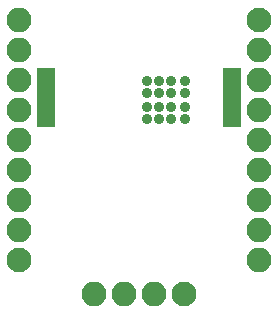
<source format=gbs>
G04 #@! TF.FileFunction,Soldermask,Bot*
%FSLAX46Y46*%
G04 Gerber Fmt 4.6, Leading zero omitted, Abs format (unit mm)*
G04 Created by KiCad (PCBNEW 4.0.7) date 09/26/18 10:41:12*
%MOMM*%
%LPD*%
G01*
G04 APERTURE LIST*
%ADD10C,0.100000*%
%ADD11C,2.100000*%
%ADD12O,2.100000X2.100000*%
%ADD13R,1.500000X1.000000*%
%ADD14C,0.900000*%
G04 APERTURE END LIST*
D10*
D11*
X165974000Y-130188000D03*
D12*
X165974000Y-127648000D03*
X165974000Y-125108000D03*
X165974000Y-122568000D03*
X165974000Y-120028000D03*
X165974000Y-117488000D03*
X165974000Y-114948000D03*
X165974000Y-112408000D03*
X165974000Y-109868000D03*
D13*
X184023000Y-116459000D03*
X184023000Y-117459000D03*
X184023000Y-118459000D03*
X184023000Y-115459000D03*
X184023000Y-114459000D03*
X168245000Y-116459000D03*
X168245000Y-117459000D03*
X168245000Y-118459000D03*
X168245000Y-115459000D03*
X168245000Y-114459000D03*
D11*
X179944000Y-133098000D03*
D12*
X177404000Y-133098000D03*
X174864000Y-133098000D03*
X172324000Y-133098000D03*
D11*
X186294000Y-109868000D03*
D12*
X186294000Y-112408000D03*
X186294000Y-114948000D03*
X186294000Y-117488000D03*
X186294000Y-120028000D03*
X186294000Y-122568000D03*
X186294000Y-125108000D03*
X186294000Y-127648000D03*
X186294000Y-130188000D03*
D14*
X176833000Y-115048000D03*
X176833000Y-118248000D03*
X180033000Y-118248000D03*
X180033000Y-115048000D03*
X177833000Y-118248000D03*
X176833000Y-117248000D03*
X176833000Y-116048000D03*
X178833000Y-118248000D03*
X178833000Y-117248000D03*
X178833000Y-116048000D03*
X178833000Y-115048000D03*
X180033000Y-117248000D03*
X180033000Y-116048000D03*
X177833000Y-116048000D03*
X177833000Y-115048000D03*
X177833000Y-117248000D03*
M02*

</source>
